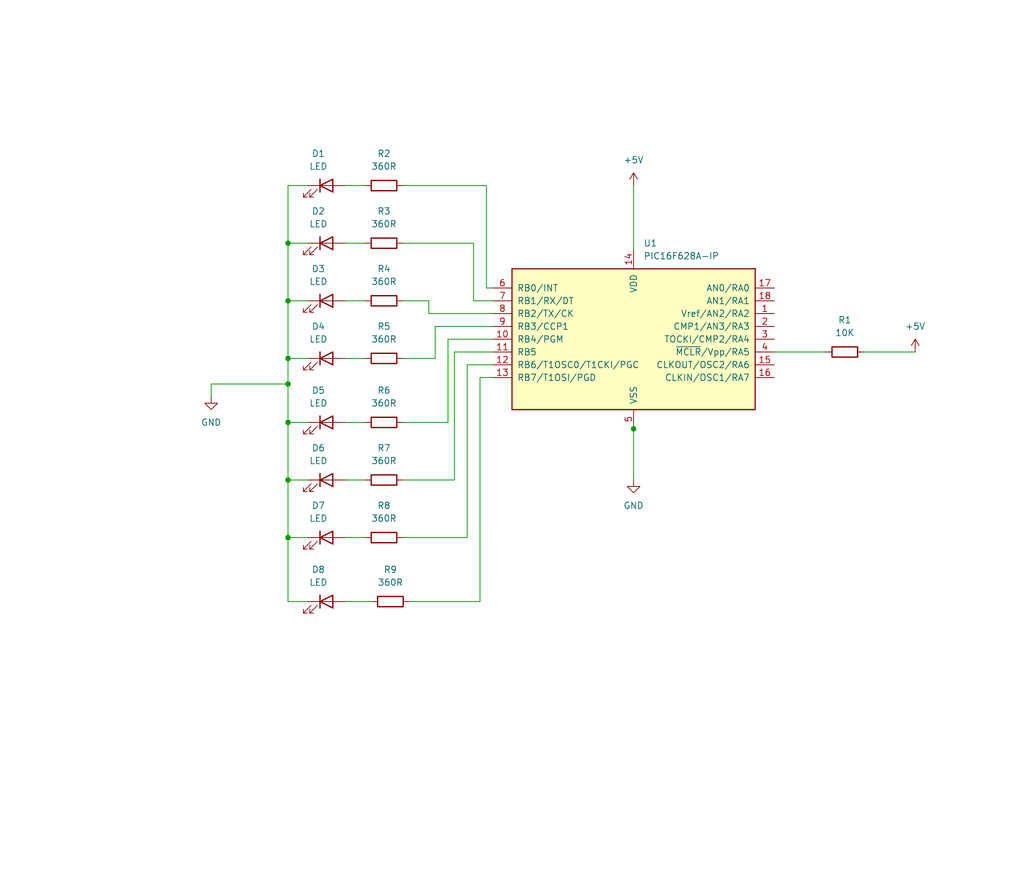
<source format=kicad_sch>
(kicad_sch (version 20230121) (generator eeschema)
  (paper "User" 203.2 177.8)
  (title_block (title "PIC16F628A for Beginners - 2") (company "Ricardo Lima Caratti"))
  (lib_symbols
    (symbol "Device:LED" (pin_numbers hide) (pin_names (offset 1.016) hide)
      (property "Reference" "D" (at 0 2.54 0))
      (property "Value" "LED" (at 0 -2.54 0))
      (symbol "LED_0_1"
        (polyline (pts (xy -1.27 -1.27) (xy -1.27 1.27)) (stroke (width 0.254)))
        (polyline (pts (xy -1.27 0) (xy 1.27 0)))
        (polyline (pts (xy 1.27 -1.27) (xy 1.27 1.27) (xy -1.27 0) (xy 1.27 -1.27)) (stroke (width 0.254)))
        (polyline (pts (xy -3.048 -0.762) (xy -4.572 -2.286) (xy -3.81 -2.286) (xy -4.572 -2.286) (xy -4.572 -1.524)))
        (polyline (pts (xy -1.778 -0.762) (xy -3.302 -2.286) (xy -2.54 -2.286) (xy -3.302 -2.286) (xy -3.302 -1.524)))
      )
      (symbol "LED_1_1"
        (pin passive line (at -3.81 0 0) (length 2.54) (name "K") (number "1"))
        (pin passive line (at 3.81 0 180) (length 2.54) (name "A") (number "2"))
      )
    )
    (symbol "Device:R" (pin_numbers hide) (pin_names (offset 0))
      (property "Reference" "R" (at 2.032 0 90))
      (property "Value" "R" (at 0 0 90))
      (symbol "R_0_1"
        (rectangle (start -1.016 -2.54) (end 1.016 2.54) (stroke (width 0.254)))
      )
      (symbol "R_1_1"
        (pin passive line (at 0 3.81 270) (length 1.27) (name "~") (number "1"))
        (pin passive line (at 0 -3.81 90) (length 1.27) (name "~") (number "2"))
      )
    )
    (symbol "MCU_Microchip_PIC16:PIC16F628A-IP" (pin_names (offset 1.016))
      (property "Reference" "U" (at -24.13 17.78 0))
      (property "Value" "PIC16F628A-IP" (at -24.13 15.24 0))
      (symbol "PIC16F628A-IP_0_1"
        (rectangle (start 24.13 13.97) (end -24.13 -13.97) (stroke (width 0.254)) (fill (type background)))
      )
      (symbol "PIC16F628A-IP_1_1"
        (pin bidirectional line (at 27.94 5.08 180) (length 3.81) (name "Vref/AN2/RA2") (number "1"))
        (pin bidirectional line (at -27.94 0 0) (length 3.81) (name "RB4/PGM") (number "10"))
        (pin bidirectional line (at -27.94 -2.54 0) (length 3.81) (name "RB5") (number "11"))
        (pin bidirectional line (at -27.94 -5.08 0) (length 3.81) (name "RB6/T1OSC0/T1CKI/PGC") (number "12"))
        (pin bidirectional line (at -27.94 -7.62 0) (length 3.81) (name "RB7/T1OSI/PGD") (number "13"))
        (pin power_in line (at 0 17.78 270) (length 3.81) (name "VDD") (number "14"))
        (pin bidirectional line (at 27.94 -5.08 180) (length 3.81) (name "CLKOUT/OSC2/RA6") (number "15"))
        (pin bidirectional line (at 27.94 -7.62 180) (length 3.81) (name "CLKIN/OSC1/RA7") (number "16"))
        (pin bidirectional line (at 27.94 10.16 180) (length 3.81) (name "AN0/RA0") (number "17"))
        (pin bidirectional line (at 27.94 7.62 180) (length 3.81) (name "AN1/RA1") (number "18"))
        (pin bidirectional line (at 27.94 2.54 180) (length 3.81) (name "CMP1/AN3/RA3") (number "2"))
        (pin bidirectional line (at 27.94 0 180) (length 3.81) (name "TOCKI/CMP2/RA4") (number "3"))
        (pin input line (at 27.94 -2.54 180) (length 3.81) (name "~{MCLR}/Vpp/RA5") (number "4"))
        (pin power_in line (at 0 -17.78 90) (length 3.81) (name "VSS") (number "5"))
        (pin bidirectional line (at -27.94 10.16 0) (length 3.81) (name "RB0/INT") (number "6"))
        (pin bidirectional line (at -27.94 7.62 0) (length 3.81) (name "RB1/RX/DT") (number "7"))
        (pin bidirectional line (at -27.94 5.08 0) (length 3.81) (name "RB2/TX/CK") (number "8"))
        (pin bidirectional line (at -27.94 2.54 0) (length 3.81) (name "RB3/CCP1") (number "9"))
      )
    )
    (symbol "power:+5V" (power) (pin_names (offset 0))
      (property "Value" "+5V" (at 0 3.556 0))
      (symbol "+5V_0_1"
        (polyline (pts (xy -0.762 1.27) (xy 0 2.54)))
        (polyline (pts (xy 0 0) (xy 0 2.54)))
        (polyline (pts (xy 0 2.54) (xy 0.762 1.27)))
      )
      (symbol "+5V_1_1"
        (pin power_in line (at 0 0 90) (length 0) hide (name "+5V") (number "1"))
      )
    )
    (symbol "power:GND" (power) (pin_names (offset 0))
      (property "Value" "GND" (at 0 -3.81 0))
      (symbol "GND_0_1"
        (polyline (pts (xy 0 0) (xy 0 -1.27) (xy 1.27 -1.27) (xy 0 -2.54) (xy -1.27 -1.27) (xy 0 -1.27)))
      )
      (symbol "GND_1_1"
        (pin power_in line (at 0 0 270) (length 0) hide (name "GND") (number "1"))
      )
    )
  )
  (junction (at 125.73 85.09))
  (junction (at 57.15 106.68))
  (junction (at 57.15 48.26))
  (junction (at 57.15 71.12))
  (junction (at 57.15 95.25))
  (junction (at 57.15 59.69))
  (junction (at 57.15 76.2))
  (junction (at 57.15 83.82))
  (wire (pts (xy 95.25 74.93) (xy 95.25 119.38)))
  (wire (pts (xy 80.01 59.69) (xy 85.09 59.69)))
  (wire (pts (xy 68.58 36.83) (xy 72.39 36.83)))
  (wire (pts (xy 80.01 71.12) (xy 86.36 71.12)))
  (wire (pts (xy 68.58 71.12) (xy 72.39 71.12)))
  (wire (pts (xy 88.9 83.82) (xy 88.9 67.31)))
  (wire (pts (xy 57.15 71.12) (xy 57.15 76.2)))
  (wire (pts (xy 41.91 76.2) (xy 41.91 78.74)))
  (wire (pts (xy 57.15 76.2) (xy 57.15 83.82)))
  (wire (pts (xy 68.58 119.38) (xy 73.66 119.38)))
  (wire (pts (xy 68.58 83.82) (xy 72.39 83.82)))
  (wire (pts (xy 96.52 57.15) (xy 97.79 57.15)))
  (wire (pts (xy 57.15 59.69) (xy 57.15 71.12)))
  (wire (pts (xy 80.01 48.26) (xy 93.98 48.26)))
  (wire (pts (xy 68.58 59.69) (xy 72.39 59.69)))
  (wire (pts (xy 125.73 36.83) (xy 125.73 49.53)))
  (wire (pts (xy 41.91 76.2) (xy 57.15 76.2)))
  (wire (pts (xy 57.15 106.68) (xy 60.96 106.68)))
  (wire (pts (xy 57.15 83.82) (xy 60.96 83.82)))
  (wire (pts (xy 125.73 83.82) (xy 125.73 85.09)))
  (wire (pts (xy 93.98 48.26) (xy 93.98 59.69)))
  (wire (pts (xy 57.15 106.68) (xy 57.15 119.38)))
  (wire (pts (xy 88.9 67.31) (xy 97.79 67.31)))
  (wire (pts (xy 81.28 119.38) (xy 95.25 119.38)))
  (wire (pts (xy 57.15 95.25) (xy 60.96 95.25)))
  (wire (pts (xy 80.01 83.82) (xy 88.9 83.82)))
  (wire (pts (xy 57.15 36.83) (xy 57.15 48.26)))
  (wire (pts (xy 57.15 119.38) (xy 60.96 119.38)))
  (wire (pts (xy 60.96 36.83) (xy 57.15 36.83)))
  (wire (pts (xy 57.15 71.12) (xy 60.96 71.12)))
  (wire (pts (xy 80.01 36.83) (xy 96.52 36.83)))
  (wire (pts (xy 86.36 64.77) (xy 97.79 64.77)))
  (wire (pts (xy 57.15 48.26) (xy 57.15 59.69)))
  (wire (pts (xy 57.15 83.82) (xy 57.15 95.25)))
  (wire (pts (xy 85.09 62.23) (xy 97.79 62.23)))
  (wire (pts (xy 85.09 59.69) (xy 85.09 62.23)))
  (wire (pts (xy 90.17 69.85) (xy 90.17 95.25)))
  (wire (pts (xy 68.58 95.25) (xy 72.39 95.25)))
  (wire (pts (xy 93.98 59.69) (xy 97.79 59.69)))
  (wire (pts (xy 68.58 106.68) (xy 72.39 106.68)))
  (wire (pts (xy 57.15 95.25) (xy 57.15 106.68)))
  (wire (pts (xy 125.73 85.09) (xy 125.73 95.25)))
  (wire (pts (xy 68.58 48.26) (xy 72.39 48.26)))
  (wire (pts (xy 171.45 69.85) (xy 181.61 69.85)))
  (wire (pts (xy 80.01 106.68) (xy 92.71 106.68)))
  (wire (pts (xy 57.15 59.69) (xy 60.96 59.69)))
  (wire (pts (xy 96.52 36.83) (xy 96.52 57.15)))
  (wire (pts (xy 97.79 69.85) (xy 90.17 69.85)))
  (wire (pts (xy 97.79 74.93) (xy 95.25 74.93)))
  (wire (pts (xy 80.01 95.25) (xy 90.17 95.25)))
  (wire (pts (xy 57.15 48.26) (xy 60.96 48.26)))
  (wire (pts (xy 153.67 69.85) (xy 163.83 69.85)))
  (wire (pts (xy 86.36 71.12) (xy 86.36 64.77)))
  (wire (pts (xy 97.79 72.39) (xy 92.71 72.39)))
  (wire (pts (xy 92.71 72.39) (xy 92.71 106.68)))
  (symbol (lib_id "power:+5V") (at 125.73 36.83 0) (unit 1)
    (property "Reference" "#PWR01" (effects hide))
    (property "Value" "+5V" (at 125.73 31.75 0))
  )
  (symbol (lib_id "Device:R") (at 77.47 119.38 90) (unit 1)
    (property "Reference" "R9" (at 77.47 113.03 90))
    (property "Value" "360R" (at 77.47 115.57 90))
  )
  (symbol (lib_id "Device:LED") (at 64.77 95.25 0) (unit 1)
    (property "Reference" "D6" (at 63.1825 88.9 0))
    (property "Value" "LED" (at 63.1825 91.44 0))
  )
  (symbol (lib_id "Device:R") (at 167.64 69.85 90) (unit 1)
    (property "Reference" "R1" (at 167.64 63.5 90))
    (property "Value" "10K" (at 167.64 66.04 90))
  )
  (symbol (lib_id "Device:R") (at 76.2 48.26 90) (unit 1)
    (property "Reference" "R3" (at 76.2 41.91 90))
    (property "Value" "360R" (at 76.2 44.45 90))
  )
  (symbol (lib_id "Device:LED") (at 64.77 59.69 0) (unit 1)
    (property "Reference" "D3" (at 63.1825 53.34 0))
    (property "Value" "LED" (at 63.1825 55.88 0))
  )
  (symbol (lib_id "Device:LED") (at 64.77 106.68 0) (unit 1)
    (property "Reference" "D7" (at 63.1825 100.33 0))
    (property "Value" "LED" (at 63.1825 102.87 0))
  )
  (symbol (lib_id "power:+5V") (at 181.61 69.85 0) (unit 1)
    (property "Reference" "#PWR04" (effects hide))
    (property "Value" "+5V" (at 181.61 64.77 0))
  )
  (symbol (lib_id "Device:LED") (at 64.77 48.26 0) (unit 1)
    (property "Reference" "D2" (at 63.1825 41.91 0))
    (property "Value" "LED" (at 63.1825 44.45 0))
  )
  (symbol (lib_id "Device:LED") (at 64.77 119.38 0) (unit 1)
    (property "Reference" "D8" (at 63.1825 113.03 0))
    (property "Value" "LED" (at 63.1825 115.57 0))
  )
  (symbol (lib_id "Device:R") (at 76.2 106.68 90) (unit 1)
    (property "Reference" "R8" (at 76.2 100.33 90))
    (property "Value" "360R" (at 76.2 102.87 90))
  )
  (symbol (lib_id "Device:R") (at 76.2 59.69 90) (unit 1)
    (property "Reference" "R4" (at 76.2 53.34 90))
    (property "Value" "360R" (at 76.2 55.88 90))
  )
  (symbol (lib_id "Device:R") (at 76.2 36.83 90) (unit 1)
    (property "Reference" "R2" (at 76.2 30.48 90))
    (property "Value" "360R" (at 76.2 33.02 90))
  )
  (symbol (lib_id "Device:R") (at 76.2 71.12 90) (unit 1)
    (property "Reference" "R5" (at 76.2 64.77 90))
    (property "Value" "360R" (at 76.2 67.31 90))
  )
  (symbol (lib_id "power:GND") (at 41.91 78.74 0) (unit 1)
    (property "Reference" "#PWR05" (effects hide))
    (property "Value" "GND" (at 41.91 83.82 0))
  )
  (symbol (lib_id "Device:LED") (at 64.77 83.82 0) (unit 1)
    (property "Reference" "D5" (at 63.1825 77.47 0))
    (property "Value" "LED" (at 63.1825 80.01 0))
  )
  (symbol (lib_id "Device:LED") (at 64.77 36.83 0) (unit 1)
    (property "Reference" "D1" (at 63.1825 30.48 0))
    (property "Value" "LED" (at 63.1825 33.02 0))
  )
  (symbol (lib_id "Device:R") (at 76.2 83.82 90) (unit 1)
    (property "Reference" "R6" (at 76.2 77.47 90))
    (property "Value" "360R" (at 76.2 80.01 90))
  )
  (symbol (lib_id "power:GND") (at 125.73 95.25 0) (unit 1)
    (property "Reference" "#PWR02" (effects hide))
    (property "Value" "GND" (at 125.73 100.33 0))
  )
  (symbol (lib_id "Device:LED") (at 64.77 71.12 0) (unit 1)
    (property "Reference" "D4" (at 63.1825 64.77 0))
    (property "Value" "LED" (at 63.1825 67.31 0))
  )
  (symbol (lib_id "Device:R") (at 76.2 95.25 90) (unit 1)
    (property "Reference" "R7" (at 76.2 88.9 90))
    (property "Value" "360R" (at 76.2 91.44 90))
  )
  (symbol (lib_id "MCU_Microchip_PIC16:PIC16F628A-IP") (at 125.73 67.31 0) (unit 1)
    (property "Reference" "U1" (at 127.6859 48.26 0) (effects (justify left)))
    (property "Value" "PIC16F628A-IP" (at 127.6859 50.8 0) (effects (justify left)))
    (property "Datasheet" "http://ww1.microchip.com/downloads/en/DeviceDoc/40300c.pdf" (effects hide))
  )
)
</source>
